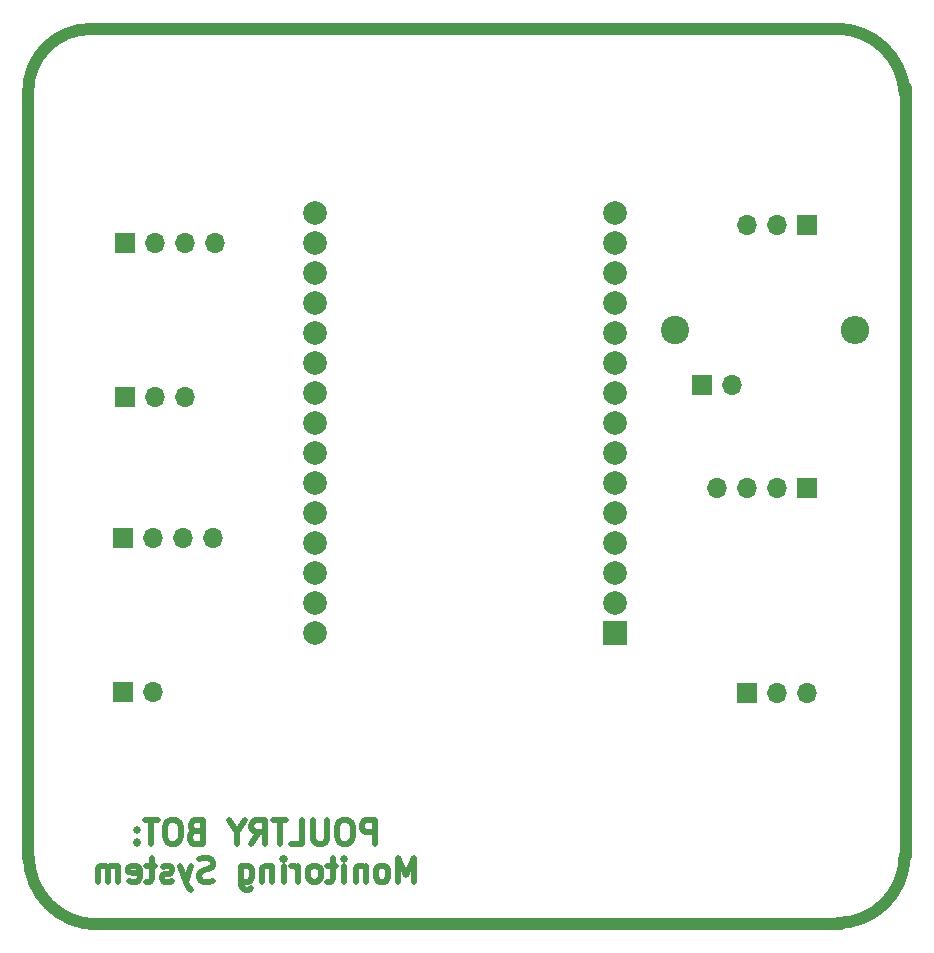
<source format=gbr>
%TF.GenerationSoftware,KiCad,Pcbnew,7.0.10*%
%TF.CreationDate,2024-02-21T12:35:33+05:00*%
%TF.ProjectId,Circuit for 2nd Milestone,43697263-7569-4742-9066-6f7220326e64,rev?*%
%TF.SameCoordinates,Original*%
%TF.FileFunction,Copper,L2,Bot*%
%TF.FilePolarity,Positive*%
%FSLAX46Y46*%
G04 Gerber Fmt 4.6, Leading zero omitted, Abs format (unit mm)*
G04 Created by KiCad (PCBNEW 7.0.10) date 2024-02-21 12:35:33*
%MOMM*%
%LPD*%
G01*
G04 APERTURE LIST*
%TA.AperFunction,NonConductor*%
%ADD10C,1.000000*%
%TD*%
%ADD11C,0.500000*%
%TA.AperFunction,NonConductor*%
%ADD12C,0.500000*%
%TD*%
%TA.AperFunction,ComponentPad*%
%ADD13R,1.700000X1.700000*%
%TD*%
%TA.AperFunction,ComponentPad*%
%ADD14O,1.700000X1.700000*%
%TD*%
%TA.AperFunction,ComponentPad*%
%ADD15R,2.000000X2.000000*%
%TD*%
%TA.AperFunction,ComponentPad*%
%ADD16C,2.000000*%
%TD*%
%TA.AperFunction,ComponentPad*%
%ADD17C,2.400000*%
%TD*%
%TA.AperFunction,ComponentPad*%
%ADD18O,2.400000X2.400000*%
%TD*%
G04 APERTURE END LIST*
D10*
X108488100Y-113741200D02*
X171488100Y-113741200D01*
X176911000Y-43370500D02*
G75*
G03*
X171145200Y-37966489I-5765800J-373900D01*
G01*
X171208700Y-113690400D02*
G75*
G03*
X176911000Y-107988100I0J5702300D01*
G01*
X102730300Y-108167300D02*
X102730300Y-43167300D01*
X102755701Y-108051600D02*
G75*
G03*
X108497508Y-113804613I5791199J38100D01*
G01*
X177000000Y-43000000D02*
X177000000Y-108000000D01*
X108000000Y-38000000D02*
X171000000Y-38000000D01*
X108000800Y-37985700D02*
G75*
G03*
X102704900Y-43281600I0J-5295900D01*
G01*
D11*
D12*
X132091438Y-106972538D02*
X132091438Y-104972538D01*
X132091438Y-104972538D02*
X131329533Y-104972538D01*
X131329533Y-104972538D02*
X131139057Y-105067776D01*
X131139057Y-105067776D02*
X131043819Y-105163014D01*
X131043819Y-105163014D02*
X130948581Y-105353490D01*
X130948581Y-105353490D02*
X130948581Y-105639204D01*
X130948581Y-105639204D02*
X131043819Y-105829680D01*
X131043819Y-105829680D02*
X131139057Y-105924919D01*
X131139057Y-105924919D02*
X131329533Y-106020157D01*
X131329533Y-106020157D02*
X132091438Y-106020157D01*
X129710486Y-104972538D02*
X129329533Y-104972538D01*
X129329533Y-104972538D02*
X129139057Y-105067776D01*
X129139057Y-105067776D02*
X128948581Y-105258252D01*
X128948581Y-105258252D02*
X128853343Y-105639204D01*
X128853343Y-105639204D02*
X128853343Y-106305871D01*
X128853343Y-106305871D02*
X128948581Y-106686823D01*
X128948581Y-106686823D02*
X129139057Y-106877300D01*
X129139057Y-106877300D02*
X129329533Y-106972538D01*
X129329533Y-106972538D02*
X129710486Y-106972538D01*
X129710486Y-106972538D02*
X129900962Y-106877300D01*
X129900962Y-106877300D02*
X130091438Y-106686823D01*
X130091438Y-106686823D02*
X130186676Y-106305871D01*
X130186676Y-106305871D02*
X130186676Y-105639204D01*
X130186676Y-105639204D02*
X130091438Y-105258252D01*
X130091438Y-105258252D02*
X129900962Y-105067776D01*
X129900962Y-105067776D02*
X129710486Y-104972538D01*
X127996200Y-104972538D02*
X127996200Y-106591585D01*
X127996200Y-106591585D02*
X127900962Y-106782061D01*
X127900962Y-106782061D02*
X127805724Y-106877300D01*
X127805724Y-106877300D02*
X127615248Y-106972538D01*
X127615248Y-106972538D02*
X127234295Y-106972538D01*
X127234295Y-106972538D02*
X127043819Y-106877300D01*
X127043819Y-106877300D02*
X126948581Y-106782061D01*
X126948581Y-106782061D02*
X126853343Y-106591585D01*
X126853343Y-106591585D02*
X126853343Y-104972538D01*
X124948581Y-106972538D02*
X125900962Y-106972538D01*
X125900962Y-106972538D02*
X125900962Y-104972538D01*
X124567628Y-104972538D02*
X123424771Y-104972538D01*
X123996200Y-106972538D02*
X123996200Y-104972538D01*
X121615247Y-106972538D02*
X122281914Y-106020157D01*
X122758104Y-106972538D02*
X122758104Y-104972538D01*
X122758104Y-104972538D02*
X121996199Y-104972538D01*
X121996199Y-104972538D02*
X121805723Y-105067776D01*
X121805723Y-105067776D02*
X121710485Y-105163014D01*
X121710485Y-105163014D02*
X121615247Y-105353490D01*
X121615247Y-105353490D02*
X121615247Y-105639204D01*
X121615247Y-105639204D02*
X121710485Y-105829680D01*
X121710485Y-105829680D02*
X121805723Y-105924919D01*
X121805723Y-105924919D02*
X121996199Y-106020157D01*
X121996199Y-106020157D02*
X122758104Y-106020157D01*
X120377152Y-106020157D02*
X120377152Y-106972538D01*
X121043818Y-104972538D02*
X120377152Y-106020157D01*
X120377152Y-106020157D02*
X119710485Y-104972538D01*
X116853341Y-105924919D02*
X116567627Y-106020157D01*
X116567627Y-106020157D02*
X116472389Y-106115395D01*
X116472389Y-106115395D02*
X116377151Y-106305871D01*
X116377151Y-106305871D02*
X116377151Y-106591585D01*
X116377151Y-106591585D02*
X116472389Y-106782061D01*
X116472389Y-106782061D02*
X116567627Y-106877300D01*
X116567627Y-106877300D02*
X116758103Y-106972538D01*
X116758103Y-106972538D02*
X117520008Y-106972538D01*
X117520008Y-106972538D02*
X117520008Y-104972538D01*
X117520008Y-104972538D02*
X116853341Y-104972538D01*
X116853341Y-104972538D02*
X116662865Y-105067776D01*
X116662865Y-105067776D02*
X116567627Y-105163014D01*
X116567627Y-105163014D02*
X116472389Y-105353490D01*
X116472389Y-105353490D02*
X116472389Y-105543966D01*
X116472389Y-105543966D02*
X116567627Y-105734442D01*
X116567627Y-105734442D02*
X116662865Y-105829680D01*
X116662865Y-105829680D02*
X116853341Y-105924919D01*
X116853341Y-105924919D02*
X117520008Y-105924919D01*
X115139056Y-104972538D02*
X114758103Y-104972538D01*
X114758103Y-104972538D02*
X114567627Y-105067776D01*
X114567627Y-105067776D02*
X114377151Y-105258252D01*
X114377151Y-105258252D02*
X114281913Y-105639204D01*
X114281913Y-105639204D02*
X114281913Y-106305871D01*
X114281913Y-106305871D02*
X114377151Y-106686823D01*
X114377151Y-106686823D02*
X114567627Y-106877300D01*
X114567627Y-106877300D02*
X114758103Y-106972538D01*
X114758103Y-106972538D02*
X115139056Y-106972538D01*
X115139056Y-106972538D02*
X115329532Y-106877300D01*
X115329532Y-106877300D02*
X115520008Y-106686823D01*
X115520008Y-106686823D02*
X115615246Y-106305871D01*
X115615246Y-106305871D02*
X115615246Y-105639204D01*
X115615246Y-105639204D02*
X115520008Y-105258252D01*
X115520008Y-105258252D02*
X115329532Y-105067776D01*
X115329532Y-105067776D02*
X115139056Y-104972538D01*
X113710484Y-104972538D02*
X112567627Y-104972538D01*
X113139056Y-106972538D02*
X113139056Y-104972538D01*
X111900960Y-106782061D02*
X111805722Y-106877300D01*
X111805722Y-106877300D02*
X111900960Y-106972538D01*
X111900960Y-106972538D02*
X111996198Y-106877300D01*
X111996198Y-106877300D02*
X111900960Y-106782061D01*
X111900960Y-106782061D02*
X111900960Y-106972538D01*
X111900960Y-105734442D02*
X111805722Y-105829680D01*
X111805722Y-105829680D02*
X111900960Y-105924919D01*
X111900960Y-105924919D02*
X111996198Y-105829680D01*
X111996198Y-105829680D02*
X111900960Y-105734442D01*
X111900960Y-105734442D02*
X111900960Y-105924919D01*
X135377153Y-110192538D02*
X135377153Y-108192538D01*
X135377153Y-108192538D02*
X134710486Y-109621109D01*
X134710486Y-109621109D02*
X134043820Y-108192538D01*
X134043820Y-108192538D02*
X134043820Y-110192538D01*
X132805725Y-110192538D02*
X132996201Y-110097300D01*
X132996201Y-110097300D02*
X133091439Y-110002061D01*
X133091439Y-110002061D02*
X133186677Y-109811585D01*
X133186677Y-109811585D02*
X133186677Y-109240157D01*
X133186677Y-109240157D02*
X133091439Y-109049680D01*
X133091439Y-109049680D02*
X132996201Y-108954442D01*
X132996201Y-108954442D02*
X132805725Y-108859204D01*
X132805725Y-108859204D02*
X132520010Y-108859204D01*
X132520010Y-108859204D02*
X132329534Y-108954442D01*
X132329534Y-108954442D02*
X132234296Y-109049680D01*
X132234296Y-109049680D02*
X132139058Y-109240157D01*
X132139058Y-109240157D02*
X132139058Y-109811585D01*
X132139058Y-109811585D02*
X132234296Y-110002061D01*
X132234296Y-110002061D02*
X132329534Y-110097300D01*
X132329534Y-110097300D02*
X132520010Y-110192538D01*
X132520010Y-110192538D02*
X132805725Y-110192538D01*
X131281915Y-108859204D02*
X131281915Y-110192538D01*
X131281915Y-109049680D02*
X131186677Y-108954442D01*
X131186677Y-108954442D02*
X130996201Y-108859204D01*
X130996201Y-108859204D02*
X130710486Y-108859204D01*
X130710486Y-108859204D02*
X130520010Y-108954442D01*
X130520010Y-108954442D02*
X130424772Y-109144919D01*
X130424772Y-109144919D02*
X130424772Y-110192538D01*
X129472391Y-110192538D02*
X129472391Y-108859204D01*
X129472391Y-108192538D02*
X129567629Y-108287776D01*
X129567629Y-108287776D02*
X129472391Y-108383014D01*
X129472391Y-108383014D02*
X129377153Y-108287776D01*
X129377153Y-108287776D02*
X129472391Y-108192538D01*
X129472391Y-108192538D02*
X129472391Y-108383014D01*
X128805724Y-108859204D02*
X128043820Y-108859204D01*
X128520010Y-108192538D02*
X128520010Y-109906823D01*
X128520010Y-109906823D02*
X128424772Y-110097300D01*
X128424772Y-110097300D02*
X128234296Y-110192538D01*
X128234296Y-110192538D02*
X128043820Y-110192538D01*
X127091439Y-110192538D02*
X127281915Y-110097300D01*
X127281915Y-110097300D02*
X127377153Y-110002061D01*
X127377153Y-110002061D02*
X127472391Y-109811585D01*
X127472391Y-109811585D02*
X127472391Y-109240157D01*
X127472391Y-109240157D02*
X127377153Y-109049680D01*
X127377153Y-109049680D02*
X127281915Y-108954442D01*
X127281915Y-108954442D02*
X127091439Y-108859204D01*
X127091439Y-108859204D02*
X126805724Y-108859204D01*
X126805724Y-108859204D02*
X126615248Y-108954442D01*
X126615248Y-108954442D02*
X126520010Y-109049680D01*
X126520010Y-109049680D02*
X126424772Y-109240157D01*
X126424772Y-109240157D02*
X126424772Y-109811585D01*
X126424772Y-109811585D02*
X126520010Y-110002061D01*
X126520010Y-110002061D02*
X126615248Y-110097300D01*
X126615248Y-110097300D02*
X126805724Y-110192538D01*
X126805724Y-110192538D02*
X127091439Y-110192538D01*
X125567629Y-110192538D02*
X125567629Y-108859204D01*
X125567629Y-109240157D02*
X125472391Y-109049680D01*
X125472391Y-109049680D02*
X125377153Y-108954442D01*
X125377153Y-108954442D02*
X125186677Y-108859204D01*
X125186677Y-108859204D02*
X124996200Y-108859204D01*
X124329534Y-110192538D02*
X124329534Y-108859204D01*
X124329534Y-108192538D02*
X124424772Y-108287776D01*
X124424772Y-108287776D02*
X124329534Y-108383014D01*
X124329534Y-108383014D02*
X124234296Y-108287776D01*
X124234296Y-108287776D02*
X124329534Y-108192538D01*
X124329534Y-108192538D02*
X124329534Y-108383014D01*
X123377153Y-108859204D02*
X123377153Y-110192538D01*
X123377153Y-109049680D02*
X123281915Y-108954442D01*
X123281915Y-108954442D02*
X123091439Y-108859204D01*
X123091439Y-108859204D02*
X122805724Y-108859204D01*
X122805724Y-108859204D02*
X122615248Y-108954442D01*
X122615248Y-108954442D02*
X122520010Y-109144919D01*
X122520010Y-109144919D02*
X122520010Y-110192538D01*
X120710486Y-108859204D02*
X120710486Y-110478252D01*
X120710486Y-110478252D02*
X120805724Y-110668728D01*
X120805724Y-110668728D02*
X120900962Y-110763966D01*
X120900962Y-110763966D02*
X121091439Y-110859204D01*
X121091439Y-110859204D02*
X121377153Y-110859204D01*
X121377153Y-110859204D02*
X121567629Y-110763966D01*
X120710486Y-110097300D02*
X120900962Y-110192538D01*
X120900962Y-110192538D02*
X121281915Y-110192538D01*
X121281915Y-110192538D02*
X121472391Y-110097300D01*
X121472391Y-110097300D02*
X121567629Y-110002061D01*
X121567629Y-110002061D02*
X121662867Y-109811585D01*
X121662867Y-109811585D02*
X121662867Y-109240157D01*
X121662867Y-109240157D02*
X121567629Y-109049680D01*
X121567629Y-109049680D02*
X121472391Y-108954442D01*
X121472391Y-108954442D02*
X121281915Y-108859204D01*
X121281915Y-108859204D02*
X120900962Y-108859204D01*
X120900962Y-108859204D02*
X120710486Y-108954442D01*
X118329533Y-110097300D02*
X118043819Y-110192538D01*
X118043819Y-110192538D02*
X117567628Y-110192538D01*
X117567628Y-110192538D02*
X117377152Y-110097300D01*
X117377152Y-110097300D02*
X117281914Y-110002061D01*
X117281914Y-110002061D02*
X117186676Y-109811585D01*
X117186676Y-109811585D02*
X117186676Y-109621109D01*
X117186676Y-109621109D02*
X117281914Y-109430633D01*
X117281914Y-109430633D02*
X117377152Y-109335395D01*
X117377152Y-109335395D02*
X117567628Y-109240157D01*
X117567628Y-109240157D02*
X117948581Y-109144919D01*
X117948581Y-109144919D02*
X118139057Y-109049680D01*
X118139057Y-109049680D02*
X118234295Y-108954442D01*
X118234295Y-108954442D02*
X118329533Y-108763966D01*
X118329533Y-108763966D02*
X118329533Y-108573490D01*
X118329533Y-108573490D02*
X118234295Y-108383014D01*
X118234295Y-108383014D02*
X118139057Y-108287776D01*
X118139057Y-108287776D02*
X117948581Y-108192538D01*
X117948581Y-108192538D02*
X117472390Y-108192538D01*
X117472390Y-108192538D02*
X117186676Y-108287776D01*
X116520009Y-108859204D02*
X116043819Y-110192538D01*
X115567628Y-108859204D02*
X116043819Y-110192538D01*
X116043819Y-110192538D02*
X116234295Y-110668728D01*
X116234295Y-110668728D02*
X116329533Y-110763966D01*
X116329533Y-110763966D02*
X116520009Y-110859204D01*
X114900961Y-110097300D02*
X114710485Y-110192538D01*
X114710485Y-110192538D02*
X114329533Y-110192538D01*
X114329533Y-110192538D02*
X114139056Y-110097300D01*
X114139056Y-110097300D02*
X114043818Y-109906823D01*
X114043818Y-109906823D02*
X114043818Y-109811585D01*
X114043818Y-109811585D02*
X114139056Y-109621109D01*
X114139056Y-109621109D02*
X114329533Y-109525871D01*
X114329533Y-109525871D02*
X114615247Y-109525871D01*
X114615247Y-109525871D02*
X114805723Y-109430633D01*
X114805723Y-109430633D02*
X114900961Y-109240157D01*
X114900961Y-109240157D02*
X114900961Y-109144919D01*
X114900961Y-109144919D02*
X114805723Y-108954442D01*
X114805723Y-108954442D02*
X114615247Y-108859204D01*
X114615247Y-108859204D02*
X114329533Y-108859204D01*
X114329533Y-108859204D02*
X114139056Y-108954442D01*
X113472389Y-108859204D02*
X112710485Y-108859204D01*
X113186675Y-108192538D02*
X113186675Y-109906823D01*
X113186675Y-109906823D02*
X113091437Y-110097300D01*
X113091437Y-110097300D02*
X112900961Y-110192538D01*
X112900961Y-110192538D02*
X112710485Y-110192538D01*
X111281913Y-110097300D02*
X111472389Y-110192538D01*
X111472389Y-110192538D02*
X111853342Y-110192538D01*
X111853342Y-110192538D02*
X112043818Y-110097300D01*
X112043818Y-110097300D02*
X112139056Y-109906823D01*
X112139056Y-109906823D02*
X112139056Y-109144919D01*
X112139056Y-109144919D02*
X112043818Y-108954442D01*
X112043818Y-108954442D02*
X111853342Y-108859204D01*
X111853342Y-108859204D02*
X111472389Y-108859204D01*
X111472389Y-108859204D02*
X111281913Y-108954442D01*
X111281913Y-108954442D02*
X111186675Y-109144919D01*
X111186675Y-109144919D02*
X111186675Y-109335395D01*
X111186675Y-109335395D02*
X112139056Y-109525871D01*
X110329532Y-110192538D02*
X110329532Y-108859204D01*
X110329532Y-109049680D02*
X110234294Y-108954442D01*
X110234294Y-108954442D02*
X110043818Y-108859204D01*
X110043818Y-108859204D02*
X109758103Y-108859204D01*
X109758103Y-108859204D02*
X109567627Y-108954442D01*
X109567627Y-108954442D02*
X109472389Y-109144919D01*
X109472389Y-109144919D02*
X109472389Y-110192538D01*
X109472389Y-109144919D02*
X109377151Y-108954442D01*
X109377151Y-108954442D02*
X109186675Y-108859204D01*
X109186675Y-108859204D02*
X108900961Y-108859204D01*
X108900961Y-108859204D02*
X108710484Y-108954442D01*
X108710484Y-108954442D02*
X108615246Y-109144919D01*
X108615246Y-109144919D02*
X108615246Y-110192538D01*
D13*
%TO.P,J4,1,Pin_1*%
%TO.N,Net-(J1-Pad1)*%
X110754000Y-81128000D03*
D14*
%TO.P,J4,2,Pin_2*%
%TO.N,Net-(J1-Pad2)*%
X113294000Y-81128000D03*
%TO.P,J4,3,Pin_3*%
%TO.N,Net-(J4-Pad3)*%
X115834000Y-81128000D03*
%TO.P,J4,4,Pin_4*%
%TO.N,Net-(J4-Pad4)*%
X118374000Y-81128000D03*
%TD*%
D13*
%TO.P,J5,1,Pin_1*%
%TO.N,Net-(J1-Pad1)*%
X110886000Y-69190000D03*
D14*
%TO.P,J5,2,Pin_2*%
%TO.N,Net-(J1-Pad2)*%
X113426000Y-69190000D03*
%TO.P,J5,3,Pin_3*%
%TO.N,Net-(J5-Pad3)*%
X115966000Y-69190000D03*
%TD*%
D13*
%TO.P,J6,1,Pin_1*%
%TO.N,Net-(J6-Pad1)*%
X163591000Y-94209000D03*
D14*
%TO.P,J6,2,Pin_2*%
%TO.N,Net-(J1-Pad2)*%
X166131000Y-94209000D03*
%TO.P,J6,3,Pin_3*%
%TO.N,Net-(J6-Pad3)*%
X168671000Y-94209000D03*
%TD*%
D13*
%TO.P,J7,1,Pin_1*%
%TO.N,Net-(J1-Pad1)*%
X110739000Y-94107000D03*
D14*
%TO.P,J7,2,Pin_2*%
%TO.N,Net-(J1-Pad2)*%
X113279000Y-94107000D03*
%TD*%
D15*
%TO.P,U1,1,3V3*%
%TO.N,Net-(J6-Pad1)*%
X152400000Y-89175000D03*
D16*
%TO.P,U1,2,GND*%
%TO.N,Net-(J3-Pad2)*%
X152400000Y-86635000D03*
%TO.P,U1,3,D15*%
%TO.N,unconnected-(U1-Pad3)*%
X152400000Y-84095000D03*
%TO.P,U1,4,D2*%
%TO.N,unconnected-(U1-Pad4)*%
X152400000Y-81555000D03*
%TO.P,U1,5,D4*%
%TO.N,unconnected-(U1-Pad5)*%
X152400000Y-79015000D03*
%TO.P,U1,6,RX2*%
%TO.N,Net-(U1-Pad6)*%
X152400000Y-76475000D03*
%TO.P,U1,7,TX2*%
%TO.N,Net-(U1-Pad7)*%
X152400000Y-73935000D03*
%TO.P,U1,8,D5*%
%TO.N,unconnected-(U1-Pad8)*%
X152400000Y-71395000D03*
%TO.P,U1,9,D18*%
%TO.N,Net-(U1-Pad9)*%
X152400000Y-68855000D03*
%TO.P,U1,10,D19*%
%TO.N,Net-(J6-Pad3)*%
X152400000Y-66315000D03*
%TO.P,U1,11,D21*%
%TO.N,unconnected-(U1-Pad11)*%
X152400000Y-63775000D03*
%TO.P,U1,12,RX0*%
%TO.N,unconnected-(U1-Pad12)*%
X152400000Y-61235000D03*
%TO.P,U1,13,TX0*%
%TO.N,unconnected-(U1-Pad13)*%
X152400000Y-58695000D03*
%TO.P,U1,14,D22*%
%TO.N,Net-(U1-Pad14)*%
X152400000Y-56155000D03*
%TO.P,U1,15,D23*%
%TO.N,unconnected-(U1-Pad15)*%
X152400000Y-53615000D03*
%TO.P,U1,16,EN*%
%TO.N,unconnected-(U1-Pad16)*%
X127000000Y-53615000D03*
%TO.P,U1,17,VP*%
%TO.N,Net-(J3-Pad4)*%
X127000000Y-56155000D03*
%TO.P,U1,18,VN*%
%TO.N,unconnected-(U1-Pad18)*%
X127000000Y-58695000D03*
%TO.P,U1,19,D34*%
%TO.N,unconnected-(U1-Pad19)*%
X127000000Y-61235000D03*
%TO.P,U1,20,D35*%
%TO.N,unconnected-(U1-Pad20)*%
X127000000Y-63775000D03*
%TO.P,U1,21,D32*%
%TO.N,unconnected-(U1-Pad21)*%
X127000000Y-66315000D03*
%TO.P,U1,22,D33*%
%TO.N,Net-(U1-Pad22)*%
X127000000Y-68855000D03*
%TO.P,U1,23,D25*%
%TO.N,unconnected-(U1-Pad23)*%
X127000000Y-71395000D03*
%TO.P,U1,24,D26*%
%TO.N,unconnected-(U1-Pad24)*%
X127000000Y-73935000D03*
%TO.P,U1,25,D27*%
%TO.N,unconnected-(U1-Pad25)*%
X127000000Y-76475000D03*
%TO.P,U1,26,D14*%
%TO.N,unconnected-(U1-Pad26)*%
X127000000Y-79015000D03*
%TO.P,U1,27,D12*%
%TO.N,Net-(U1-Pad27)*%
X127000000Y-81555000D03*
%TO.P,U1,28,D13*%
%TO.N,Net-(U1-Pad28)*%
X127000000Y-84095000D03*
%TO.P,U1,29,GND*%
%TO.N,Net-(J3-Pad2)*%
X127000000Y-86635000D03*
%TO.P,U1,30,VIN*%
%TO.N,Net-(J3-Pad1)*%
X127000000Y-89175000D03*
%TD*%
D13*
%TO.P,J3,1,Pin_1*%
%TO.N,Net-(J1-Pad1)*%
X110881000Y-56109000D03*
D14*
%TO.P,J3,2,Pin_2*%
%TO.N,Net-(J1-Pad2)*%
X113421000Y-56109000D03*
%TO.P,J3,3,Pin_3*%
%TO.N,unconnected-(J3-Pad3)*%
X115961000Y-56109000D03*
%TO.P,J3,4,Pin_4*%
%TO.N,Net-(J3-Pad4)*%
X118501000Y-56109000D03*
%TD*%
D13*
%TO.P,J1,1,Pin_1*%
%TO.N,Net-(J1-Pad1)*%
X168656000Y-76860000D03*
D14*
%TO.P,J1,2,Pin_2*%
%TO.N,Net-(J1-Pad2)*%
X166116000Y-76860000D03*
%TO.P,J1,3,Pin_3*%
%TO.N,Net-(J1-Pad3)*%
X163576000Y-76860000D03*
%TO.P,J1,4,Pin_4*%
%TO.N,Net-(J1-Pad4)*%
X161036000Y-76860000D03*
%TD*%
D13*
%TO.P,J2,1,Pin_1*%
%TO.N,Net-(J1-Pad1)*%
X168656000Y-54610000D03*
D14*
%TO.P,J2,2,Pin_2*%
%TO.N,Net-(J1-Pad2)*%
X166116000Y-54610000D03*
%TO.P,J2,3,Pin_3*%
%TO.N,Net-(J2-Pad3)*%
X163576000Y-54610000D03*
%TD*%
D17*
%TO.P,R1,1*%
%TO.N,Net-(J8-Pad2)*%
X157480000Y-63500000D03*
D18*
%TO.P,R1,2*%
%TO.N,Net-(J1-Pad1)*%
X172720000Y-63500000D03*
%TD*%
D13*
%TO.P,J8,1,Pin_1*%
%TO.N,Net-(J1-Pad2)*%
X159786000Y-68174000D03*
D14*
%TO.P,J8,2,Pin_2*%
%TO.N,Net-(J8-Pad2)*%
X162326000Y-68174000D03*
%TD*%
M02*

</source>
